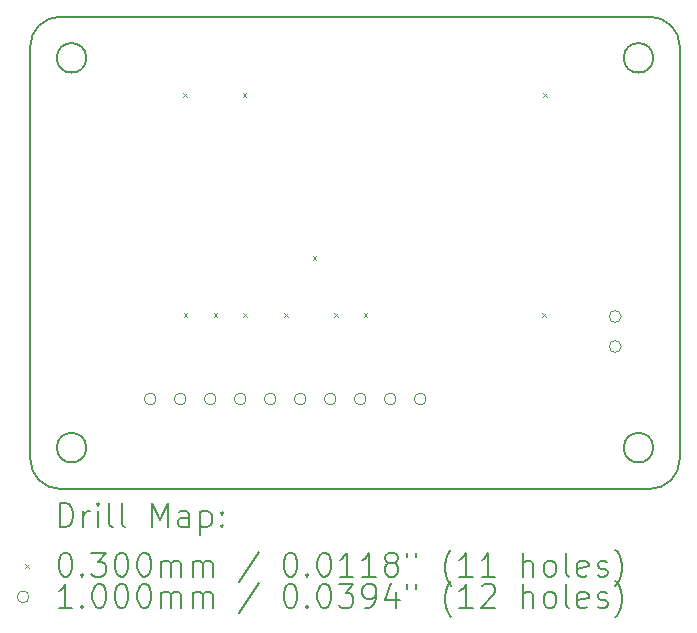
<source format=gbr>
%TF.GenerationSoftware,KiCad,Pcbnew,8.0.8*%
%TF.CreationDate,2025-02-15T12:45:03+02:00*%
%TF.ProjectId,E900M30S shield,45393030-4d33-4305-9320-736869656c64,rev?*%
%TF.SameCoordinates,Original*%
%TF.FileFunction,Drillmap*%
%TF.FilePolarity,Positive*%
%FSLAX45Y45*%
G04 Gerber Fmt 4.5, Leading zero omitted, Abs format (unit mm)*
G04 Created by KiCad (PCBNEW 8.0.8) date 2025-02-15 12:45:03*
%MOMM*%
%LPD*%
G01*
G04 APERTURE LIST*
%ADD10C,0.200000*%
%ADD11C,0.100000*%
G04 APERTURE END LIST*
D10*
X16422000Y-13396000D02*
G75*
G02*
X16166000Y-13652000I-256000J0D01*
G01*
X11397000Y-13302000D02*
G75*
G02*
X11147000Y-13302000I-125000J0D01*
G01*
X11147000Y-13302000D02*
G75*
G02*
X11397000Y-13302000I125000J0D01*
G01*
X10922000Y-13396000D02*
X10922000Y-9908000D01*
X16197000Y-13302000D02*
G75*
G02*
X15947000Y-13302000I-125000J0D01*
G01*
X15947000Y-13302000D02*
G75*
G02*
X16197000Y-13302000I125000J0D01*
G01*
X10922000Y-9908000D02*
G75*
G02*
X11178000Y-9652000I256000J0D01*
G01*
X11397000Y-10002000D02*
G75*
G02*
X11147000Y-10002000I-125000J0D01*
G01*
X11147000Y-10002000D02*
G75*
G02*
X11397000Y-10002000I125000J0D01*
G01*
X16166000Y-13652000D02*
X11178000Y-13652000D01*
X16422000Y-9908000D02*
X16422000Y-13396000D01*
X16166000Y-9652000D02*
G75*
G02*
X16422000Y-9908000I0J-256000D01*
G01*
X16197000Y-10002000D02*
G75*
G02*
X15947000Y-10002000I-125000J0D01*
G01*
X15947000Y-10002000D02*
G75*
G02*
X16197000Y-10002000I125000J0D01*
G01*
X11178000Y-13652000D02*
G75*
G02*
X10922000Y-13396000I0J256000D01*
G01*
X11178000Y-9652000D02*
X16166000Y-9652000D01*
D11*
X12215999Y-10302361D02*
X12245999Y-10332361D01*
X12245999Y-10302361D02*
X12215999Y-10332361D01*
X12220739Y-12163155D02*
X12250739Y-12193155D01*
X12250739Y-12163155D02*
X12220739Y-12193155D01*
X12476706Y-12163155D02*
X12506706Y-12193155D01*
X12506706Y-12163155D02*
X12476706Y-12193155D01*
X12723193Y-10302361D02*
X12753193Y-10332361D01*
X12753193Y-10302361D02*
X12723193Y-10332361D01*
X12727933Y-12163155D02*
X12757933Y-12193155D01*
X12757933Y-12163155D02*
X12727933Y-12193155D01*
X13073963Y-12163155D02*
X13103963Y-12193155D01*
X13103963Y-12163155D02*
X13073963Y-12193155D01*
X13315710Y-11679661D02*
X13345710Y-11709661D01*
X13345710Y-11679661D02*
X13315710Y-11709661D01*
X13495835Y-12163155D02*
X13525835Y-12193155D01*
X13525835Y-12163155D02*
X13495835Y-12193155D01*
X13747062Y-12163155D02*
X13777062Y-12193155D01*
X13777062Y-12163155D02*
X13747062Y-12193155D01*
X15259166Y-12163155D02*
X15289166Y-12193155D01*
X15289166Y-12163155D02*
X15259166Y-12193155D01*
X15263386Y-10302361D02*
X15293386Y-10332361D01*
X15293386Y-10302361D02*
X15263386Y-10332361D01*
X11988000Y-12890500D02*
G75*
G02*
X11888000Y-12890500I-50000J0D01*
G01*
X11888000Y-12890500D02*
G75*
G02*
X11988000Y-12890500I50000J0D01*
G01*
X12242000Y-12890500D02*
G75*
G02*
X12142000Y-12890500I-50000J0D01*
G01*
X12142000Y-12890500D02*
G75*
G02*
X12242000Y-12890500I50000J0D01*
G01*
X12496000Y-12890500D02*
G75*
G02*
X12396000Y-12890500I-50000J0D01*
G01*
X12396000Y-12890500D02*
G75*
G02*
X12496000Y-12890500I50000J0D01*
G01*
X12750000Y-12890500D02*
G75*
G02*
X12650000Y-12890500I-50000J0D01*
G01*
X12650000Y-12890500D02*
G75*
G02*
X12750000Y-12890500I50000J0D01*
G01*
X13004000Y-12890500D02*
G75*
G02*
X12904000Y-12890500I-50000J0D01*
G01*
X12904000Y-12890500D02*
G75*
G02*
X13004000Y-12890500I50000J0D01*
G01*
X13258000Y-12890500D02*
G75*
G02*
X13158000Y-12890500I-50000J0D01*
G01*
X13158000Y-12890500D02*
G75*
G02*
X13258000Y-12890500I50000J0D01*
G01*
X13512000Y-12890500D02*
G75*
G02*
X13412000Y-12890500I-50000J0D01*
G01*
X13412000Y-12890500D02*
G75*
G02*
X13512000Y-12890500I50000J0D01*
G01*
X13766000Y-12890500D02*
G75*
G02*
X13666000Y-12890500I-50000J0D01*
G01*
X13666000Y-12890500D02*
G75*
G02*
X13766000Y-12890500I50000J0D01*
G01*
X14020000Y-12890500D02*
G75*
G02*
X13920000Y-12890500I-50000J0D01*
G01*
X13920000Y-12890500D02*
G75*
G02*
X14020000Y-12890500I50000J0D01*
G01*
X14274000Y-12890500D02*
G75*
G02*
X14174000Y-12890500I-50000J0D01*
G01*
X14174000Y-12890500D02*
G75*
G02*
X14274000Y-12890500I50000J0D01*
G01*
X15925000Y-12192000D02*
G75*
G02*
X15825000Y-12192000I-50000J0D01*
G01*
X15825000Y-12192000D02*
G75*
G02*
X15925000Y-12192000I50000J0D01*
G01*
X15925000Y-12446000D02*
G75*
G02*
X15825000Y-12446000I-50000J0D01*
G01*
X15825000Y-12446000D02*
G75*
G02*
X15925000Y-12446000I50000J0D01*
G01*
D10*
X11172777Y-13973484D02*
X11172777Y-13773484D01*
X11172777Y-13773484D02*
X11220396Y-13773484D01*
X11220396Y-13773484D02*
X11248967Y-13783008D01*
X11248967Y-13783008D02*
X11268015Y-13802055D01*
X11268015Y-13802055D02*
X11277539Y-13821103D01*
X11277539Y-13821103D02*
X11287062Y-13859198D01*
X11287062Y-13859198D02*
X11287062Y-13887769D01*
X11287062Y-13887769D02*
X11277539Y-13925865D01*
X11277539Y-13925865D02*
X11268015Y-13944912D01*
X11268015Y-13944912D02*
X11248967Y-13963960D01*
X11248967Y-13963960D02*
X11220396Y-13973484D01*
X11220396Y-13973484D02*
X11172777Y-13973484D01*
X11372777Y-13973484D02*
X11372777Y-13840150D01*
X11372777Y-13878246D02*
X11382301Y-13859198D01*
X11382301Y-13859198D02*
X11391824Y-13849674D01*
X11391824Y-13849674D02*
X11410872Y-13840150D01*
X11410872Y-13840150D02*
X11429920Y-13840150D01*
X11496586Y-13973484D02*
X11496586Y-13840150D01*
X11496586Y-13773484D02*
X11487062Y-13783008D01*
X11487062Y-13783008D02*
X11496586Y-13792531D01*
X11496586Y-13792531D02*
X11506110Y-13783008D01*
X11506110Y-13783008D02*
X11496586Y-13773484D01*
X11496586Y-13773484D02*
X11496586Y-13792531D01*
X11620396Y-13973484D02*
X11601348Y-13963960D01*
X11601348Y-13963960D02*
X11591824Y-13944912D01*
X11591824Y-13944912D02*
X11591824Y-13773484D01*
X11725158Y-13973484D02*
X11706110Y-13963960D01*
X11706110Y-13963960D02*
X11696586Y-13944912D01*
X11696586Y-13944912D02*
X11696586Y-13773484D01*
X11953729Y-13973484D02*
X11953729Y-13773484D01*
X11953729Y-13773484D02*
X12020396Y-13916341D01*
X12020396Y-13916341D02*
X12087062Y-13773484D01*
X12087062Y-13773484D02*
X12087062Y-13973484D01*
X12268015Y-13973484D02*
X12268015Y-13868722D01*
X12268015Y-13868722D02*
X12258491Y-13849674D01*
X12258491Y-13849674D02*
X12239443Y-13840150D01*
X12239443Y-13840150D02*
X12201348Y-13840150D01*
X12201348Y-13840150D02*
X12182301Y-13849674D01*
X12268015Y-13963960D02*
X12248967Y-13973484D01*
X12248967Y-13973484D02*
X12201348Y-13973484D01*
X12201348Y-13973484D02*
X12182301Y-13963960D01*
X12182301Y-13963960D02*
X12172777Y-13944912D01*
X12172777Y-13944912D02*
X12172777Y-13925865D01*
X12172777Y-13925865D02*
X12182301Y-13906817D01*
X12182301Y-13906817D02*
X12201348Y-13897293D01*
X12201348Y-13897293D02*
X12248967Y-13897293D01*
X12248967Y-13897293D02*
X12268015Y-13887769D01*
X12363253Y-13840150D02*
X12363253Y-14040150D01*
X12363253Y-13849674D02*
X12382301Y-13840150D01*
X12382301Y-13840150D02*
X12420396Y-13840150D01*
X12420396Y-13840150D02*
X12439443Y-13849674D01*
X12439443Y-13849674D02*
X12448967Y-13859198D01*
X12448967Y-13859198D02*
X12458491Y-13878246D01*
X12458491Y-13878246D02*
X12458491Y-13935388D01*
X12458491Y-13935388D02*
X12448967Y-13954436D01*
X12448967Y-13954436D02*
X12439443Y-13963960D01*
X12439443Y-13963960D02*
X12420396Y-13973484D01*
X12420396Y-13973484D02*
X12382301Y-13973484D01*
X12382301Y-13973484D02*
X12363253Y-13963960D01*
X12544205Y-13954436D02*
X12553729Y-13963960D01*
X12553729Y-13963960D02*
X12544205Y-13973484D01*
X12544205Y-13973484D02*
X12534682Y-13963960D01*
X12534682Y-13963960D02*
X12544205Y-13954436D01*
X12544205Y-13954436D02*
X12544205Y-13973484D01*
X12544205Y-13849674D02*
X12553729Y-13859198D01*
X12553729Y-13859198D02*
X12544205Y-13868722D01*
X12544205Y-13868722D02*
X12534682Y-13859198D01*
X12534682Y-13859198D02*
X12544205Y-13849674D01*
X12544205Y-13849674D02*
X12544205Y-13868722D01*
D11*
X10882000Y-14287000D02*
X10912000Y-14317000D01*
X10912000Y-14287000D02*
X10882000Y-14317000D01*
D10*
X11210872Y-14193484D02*
X11229920Y-14193484D01*
X11229920Y-14193484D02*
X11248967Y-14203008D01*
X11248967Y-14203008D02*
X11258491Y-14212531D01*
X11258491Y-14212531D02*
X11268015Y-14231579D01*
X11268015Y-14231579D02*
X11277539Y-14269674D01*
X11277539Y-14269674D02*
X11277539Y-14317293D01*
X11277539Y-14317293D02*
X11268015Y-14355388D01*
X11268015Y-14355388D02*
X11258491Y-14374436D01*
X11258491Y-14374436D02*
X11248967Y-14383960D01*
X11248967Y-14383960D02*
X11229920Y-14393484D01*
X11229920Y-14393484D02*
X11210872Y-14393484D01*
X11210872Y-14393484D02*
X11191824Y-14383960D01*
X11191824Y-14383960D02*
X11182301Y-14374436D01*
X11182301Y-14374436D02*
X11172777Y-14355388D01*
X11172777Y-14355388D02*
X11163253Y-14317293D01*
X11163253Y-14317293D02*
X11163253Y-14269674D01*
X11163253Y-14269674D02*
X11172777Y-14231579D01*
X11172777Y-14231579D02*
X11182301Y-14212531D01*
X11182301Y-14212531D02*
X11191824Y-14203008D01*
X11191824Y-14203008D02*
X11210872Y-14193484D01*
X11363253Y-14374436D02*
X11372777Y-14383960D01*
X11372777Y-14383960D02*
X11363253Y-14393484D01*
X11363253Y-14393484D02*
X11353729Y-14383960D01*
X11353729Y-14383960D02*
X11363253Y-14374436D01*
X11363253Y-14374436D02*
X11363253Y-14393484D01*
X11439443Y-14193484D02*
X11563253Y-14193484D01*
X11563253Y-14193484D02*
X11496586Y-14269674D01*
X11496586Y-14269674D02*
X11525158Y-14269674D01*
X11525158Y-14269674D02*
X11544205Y-14279198D01*
X11544205Y-14279198D02*
X11553729Y-14288722D01*
X11553729Y-14288722D02*
X11563253Y-14307769D01*
X11563253Y-14307769D02*
X11563253Y-14355388D01*
X11563253Y-14355388D02*
X11553729Y-14374436D01*
X11553729Y-14374436D02*
X11544205Y-14383960D01*
X11544205Y-14383960D02*
X11525158Y-14393484D01*
X11525158Y-14393484D02*
X11468015Y-14393484D01*
X11468015Y-14393484D02*
X11448967Y-14383960D01*
X11448967Y-14383960D02*
X11439443Y-14374436D01*
X11687062Y-14193484D02*
X11706110Y-14193484D01*
X11706110Y-14193484D02*
X11725158Y-14203008D01*
X11725158Y-14203008D02*
X11734682Y-14212531D01*
X11734682Y-14212531D02*
X11744205Y-14231579D01*
X11744205Y-14231579D02*
X11753729Y-14269674D01*
X11753729Y-14269674D02*
X11753729Y-14317293D01*
X11753729Y-14317293D02*
X11744205Y-14355388D01*
X11744205Y-14355388D02*
X11734682Y-14374436D01*
X11734682Y-14374436D02*
X11725158Y-14383960D01*
X11725158Y-14383960D02*
X11706110Y-14393484D01*
X11706110Y-14393484D02*
X11687062Y-14393484D01*
X11687062Y-14393484D02*
X11668015Y-14383960D01*
X11668015Y-14383960D02*
X11658491Y-14374436D01*
X11658491Y-14374436D02*
X11648967Y-14355388D01*
X11648967Y-14355388D02*
X11639443Y-14317293D01*
X11639443Y-14317293D02*
X11639443Y-14269674D01*
X11639443Y-14269674D02*
X11648967Y-14231579D01*
X11648967Y-14231579D02*
X11658491Y-14212531D01*
X11658491Y-14212531D02*
X11668015Y-14203008D01*
X11668015Y-14203008D02*
X11687062Y-14193484D01*
X11877539Y-14193484D02*
X11896586Y-14193484D01*
X11896586Y-14193484D02*
X11915634Y-14203008D01*
X11915634Y-14203008D02*
X11925158Y-14212531D01*
X11925158Y-14212531D02*
X11934682Y-14231579D01*
X11934682Y-14231579D02*
X11944205Y-14269674D01*
X11944205Y-14269674D02*
X11944205Y-14317293D01*
X11944205Y-14317293D02*
X11934682Y-14355388D01*
X11934682Y-14355388D02*
X11925158Y-14374436D01*
X11925158Y-14374436D02*
X11915634Y-14383960D01*
X11915634Y-14383960D02*
X11896586Y-14393484D01*
X11896586Y-14393484D02*
X11877539Y-14393484D01*
X11877539Y-14393484D02*
X11858491Y-14383960D01*
X11858491Y-14383960D02*
X11848967Y-14374436D01*
X11848967Y-14374436D02*
X11839443Y-14355388D01*
X11839443Y-14355388D02*
X11829920Y-14317293D01*
X11829920Y-14317293D02*
X11829920Y-14269674D01*
X11829920Y-14269674D02*
X11839443Y-14231579D01*
X11839443Y-14231579D02*
X11848967Y-14212531D01*
X11848967Y-14212531D02*
X11858491Y-14203008D01*
X11858491Y-14203008D02*
X11877539Y-14193484D01*
X12029920Y-14393484D02*
X12029920Y-14260150D01*
X12029920Y-14279198D02*
X12039443Y-14269674D01*
X12039443Y-14269674D02*
X12058491Y-14260150D01*
X12058491Y-14260150D02*
X12087063Y-14260150D01*
X12087063Y-14260150D02*
X12106110Y-14269674D01*
X12106110Y-14269674D02*
X12115634Y-14288722D01*
X12115634Y-14288722D02*
X12115634Y-14393484D01*
X12115634Y-14288722D02*
X12125158Y-14269674D01*
X12125158Y-14269674D02*
X12144205Y-14260150D01*
X12144205Y-14260150D02*
X12172777Y-14260150D01*
X12172777Y-14260150D02*
X12191824Y-14269674D01*
X12191824Y-14269674D02*
X12201348Y-14288722D01*
X12201348Y-14288722D02*
X12201348Y-14393484D01*
X12296586Y-14393484D02*
X12296586Y-14260150D01*
X12296586Y-14279198D02*
X12306110Y-14269674D01*
X12306110Y-14269674D02*
X12325158Y-14260150D01*
X12325158Y-14260150D02*
X12353729Y-14260150D01*
X12353729Y-14260150D02*
X12372777Y-14269674D01*
X12372777Y-14269674D02*
X12382301Y-14288722D01*
X12382301Y-14288722D02*
X12382301Y-14393484D01*
X12382301Y-14288722D02*
X12391824Y-14269674D01*
X12391824Y-14269674D02*
X12410872Y-14260150D01*
X12410872Y-14260150D02*
X12439443Y-14260150D01*
X12439443Y-14260150D02*
X12458491Y-14269674D01*
X12458491Y-14269674D02*
X12468015Y-14288722D01*
X12468015Y-14288722D02*
X12468015Y-14393484D01*
X12858491Y-14183960D02*
X12687063Y-14441103D01*
X13115634Y-14193484D02*
X13134682Y-14193484D01*
X13134682Y-14193484D02*
X13153729Y-14203008D01*
X13153729Y-14203008D02*
X13163253Y-14212531D01*
X13163253Y-14212531D02*
X13172777Y-14231579D01*
X13172777Y-14231579D02*
X13182301Y-14269674D01*
X13182301Y-14269674D02*
X13182301Y-14317293D01*
X13182301Y-14317293D02*
X13172777Y-14355388D01*
X13172777Y-14355388D02*
X13163253Y-14374436D01*
X13163253Y-14374436D02*
X13153729Y-14383960D01*
X13153729Y-14383960D02*
X13134682Y-14393484D01*
X13134682Y-14393484D02*
X13115634Y-14393484D01*
X13115634Y-14393484D02*
X13096586Y-14383960D01*
X13096586Y-14383960D02*
X13087063Y-14374436D01*
X13087063Y-14374436D02*
X13077539Y-14355388D01*
X13077539Y-14355388D02*
X13068015Y-14317293D01*
X13068015Y-14317293D02*
X13068015Y-14269674D01*
X13068015Y-14269674D02*
X13077539Y-14231579D01*
X13077539Y-14231579D02*
X13087063Y-14212531D01*
X13087063Y-14212531D02*
X13096586Y-14203008D01*
X13096586Y-14203008D02*
X13115634Y-14193484D01*
X13268015Y-14374436D02*
X13277539Y-14383960D01*
X13277539Y-14383960D02*
X13268015Y-14393484D01*
X13268015Y-14393484D02*
X13258491Y-14383960D01*
X13258491Y-14383960D02*
X13268015Y-14374436D01*
X13268015Y-14374436D02*
X13268015Y-14393484D01*
X13401348Y-14193484D02*
X13420396Y-14193484D01*
X13420396Y-14193484D02*
X13439444Y-14203008D01*
X13439444Y-14203008D02*
X13448967Y-14212531D01*
X13448967Y-14212531D02*
X13458491Y-14231579D01*
X13458491Y-14231579D02*
X13468015Y-14269674D01*
X13468015Y-14269674D02*
X13468015Y-14317293D01*
X13468015Y-14317293D02*
X13458491Y-14355388D01*
X13458491Y-14355388D02*
X13448967Y-14374436D01*
X13448967Y-14374436D02*
X13439444Y-14383960D01*
X13439444Y-14383960D02*
X13420396Y-14393484D01*
X13420396Y-14393484D02*
X13401348Y-14393484D01*
X13401348Y-14393484D02*
X13382301Y-14383960D01*
X13382301Y-14383960D02*
X13372777Y-14374436D01*
X13372777Y-14374436D02*
X13363253Y-14355388D01*
X13363253Y-14355388D02*
X13353729Y-14317293D01*
X13353729Y-14317293D02*
X13353729Y-14269674D01*
X13353729Y-14269674D02*
X13363253Y-14231579D01*
X13363253Y-14231579D02*
X13372777Y-14212531D01*
X13372777Y-14212531D02*
X13382301Y-14203008D01*
X13382301Y-14203008D02*
X13401348Y-14193484D01*
X13658491Y-14393484D02*
X13544206Y-14393484D01*
X13601348Y-14393484D02*
X13601348Y-14193484D01*
X13601348Y-14193484D02*
X13582301Y-14222055D01*
X13582301Y-14222055D02*
X13563253Y-14241103D01*
X13563253Y-14241103D02*
X13544206Y-14250627D01*
X13848967Y-14393484D02*
X13734682Y-14393484D01*
X13791825Y-14393484D02*
X13791825Y-14193484D01*
X13791825Y-14193484D02*
X13772777Y-14222055D01*
X13772777Y-14222055D02*
X13753729Y-14241103D01*
X13753729Y-14241103D02*
X13734682Y-14250627D01*
X13963253Y-14279198D02*
X13944206Y-14269674D01*
X13944206Y-14269674D02*
X13934682Y-14260150D01*
X13934682Y-14260150D02*
X13925158Y-14241103D01*
X13925158Y-14241103D02*
X13925158Y-14231579D01*
X13925158Y-14231579D02*
X13934682Y-14212531D01*
X13934682Y-14212531D02*
X13944206Y-14203008D01*
X13944206Y-14203008D02*
X13963253Y-14193484D01*
X13963253Y-14193484D02*
X14001348Y-14193484D01*
X14001348Y-14193484D02*
X14020396Y-14203008D01*
X14020396Y-14203008D02*
X14029920Y-14212531D01*
X14029920Y-14212531D02*
X14039444Y-14231579D01*
X14039444Y-14231579D02*
X14039444Y-14241103D01*
X14039444Y-14241103D02*
X14029920Y-14260150D01*
X14029920Y-14260150D02*
X14020396Y-14269674D01*
X14020396Y-14269674D02*
X14001348Y-14279198D01*
X14001348Y-14279198D02*
X13963253Y-14279198D01*
X13963253Y-14279198D02*
X13944206Y-14288722D01*
X13944206Y-14288722D02*
X13934682Y-14298246D01*
X13934682Y-14298246D02*
X13925158Y-14317293D01*
X13925158Y-14317293D02*
X13925158Y-14355388D01*
X13925158Y-14355388D02*
X13934682Y-14374436D01*
X13934682Y-14374436D02*
X13944206Y-14383960D01*
X13944206Y-14383960D02*
X13963253Y-14393484D01*
X13963253Y-14393484D02*
X14001348Y-14393484D01*
X14001348Y-14393484D02*
X14020396Y-14383960D01*
X14020396Y-14383960D02*
X14029920Y-14374436D01*
X14029920Y-14374436D02*
X14039444Y-14355388D01*
X14039444Y-14355388D02*
X14039444Y-14317293D01*
X14039444Y-14317293D02*
X14029920Y-14298246D01*
X14029920Y-14298246D02*
X14020396Y-14288722D01*
X14020396Y-14288722D02*
X14001348Y-14279198D01*
X14115634Y-14193484D02*
X14115634Y-14231579D01*
X14191825Y-14193484D02*
X14191825Y-14231579D01*
X14487063Y-14469674D02*
X14477539Y-14460150D01*
X14477539Y-14460150D02*
X14458491Y-14431579D01*
X14458491Y-14431579D02*
X14448968Y-14412531D01*
X14448968Y-14412531D02*
X14439444Y-14383960D01*
X14439444Y-14383960D02*
X14429920Y-14336341D01*
X14429920Y-14336341D02*
X14429920Y-14298246D01*
X14429920Y-14298246D02*
X14439444Y-14250627D01*
X14439444Y-14250627D02*
X14448968Y-14222055D01*
X14448968Y-14222055D02*
X14458491Y-14203008D01*
X14458491Y-14203008D02*
X14477539Y-14174436D01*
X14477539Y-14174436D02*
X14487063Y-14164912D01*
X14668015Y-14393484D02*
X14553729Y-14393484D01*
X14610872Y-14393484D02*
X14610872Y-14193484D01*
X14610872Y-14193484D02*
X14591825Y-14222055D01*
X14591825Y-14222055D02*
X14572777Y-14241103D01*
X14572777Y-14241103D02*
X14553729Y-14250627D01*
X14858491Y-14393484D02*
X14744206Y-14393484D01*
X14801348Y-14393484D02*
X14801348Y-14193484D01*
X14801348Y-14193484D02*
X14782301Y-14222055D01*
X14782301Y-14222055D02*
X14763253Y-14241103D01*
X14763253Y-14241103D02*
X14744206Y-14250627D01*
X15096587Y-14393484D02*
X15096587Y-14193484D01*
X15182301Y-14393484D02*
X15182301Y-14288722D01*
X15182301Y-14288722D02*
X15172777Y-14269674D01*
X15172777Y-14269674D02*
X15153730Y-14260150D01*
X15153730Y-14260150D02*
X15125158Y-14260150D01*
X15125158Y-14260150D02*
X15106110Y-14269674D01*
X15106110Y-14269674D02*
X15096587Y-14279198D01*
X15306110Y-14393484D02*
X15287063Y-14383960D01*
X15287063Y-14383960D02*
X15277539Y-14374436D01*
X15277539Y-14374436D02*
X15268015Y-14355388D01*
X15268015Y-14355388D02*
X15268015Y-14298246D01*
X15268015Y-14298246D02*
X15277539Y-14279198D01*
X15277539Y-14279198D02*
X15287063Y-14269674D01*
X15287063Y-14269674D02*
X15306110Y-14260150D01*
X15306110Y-14260150D02*
X15334682Y-14260150D01*
X15334682Y-14260150D02*
X15353730Y-14269674D01*
X15353730Y-14269674D02*
X15363253Y-14279198D01*
X15363253Y-14279198D02*
X15372777Y-14298246D01*
X15372777Y-14298246D02*
X15372777Y-14355388D01*
X15372777Y-14355388D02*
X15363253Y-14374436D01*
X15363253Y-14374436D02*
X15353730Y-14383960D01*
X15353730Y-14383960D02*
X15334682Y-14393484D01*
X15334682Y-14393484D02*
X15306110Y-14393484D01*
X15487063Y-14393484D02*
X15468015Y-14383960D01*
X15468015Y-14383960D02*
X15458491Y-14364912D01*
X15458491Y-14364912D02*
X15458491Y-14193484D01*
X15639444Y-14383960D02*
X15620396Y-14393484D01*
X15620396Y-14393484D02*
X15582301Y-14393484D01*
X15582301Y-14393484D02*
X15563253Y-14383960D01*
X15563253Y-14383960D02*
X15553730Y-14364912D01*
X15553730Y-14364912D02*
X15553730Y-14288722D01*
X15553730Y-14288722D02*
X15563253Y-14269674D01*
X15563253Y-14269674D02*
X15582301Y-14260150D01*
X15582301Y-14260150D02*
X15620396Y-14260150D01*
X15620396Y-14260150D02*
X15639444Y-14269674D01*
X15639444Y-14269674D02*
X15648968Y-14288722D01*
X15648968Y-14288722D02*
X15648968Y-14307769D01*
X15648968Y-14307769D02*
X15553730Y-14326817D01*
X15725158Y-14383960D02*
X15744206Y-14393484D01*
X15744206Y-14393484D02*
X15782301Y-14393484D01*
X15782301Y-14393484D02*
X15801349Y-14383960D01*
X15801349Y-14383960D02*
X15810872Y-14364912D01*
X15810872Y-14364912D02*
X15810872Y-14355388D01*
X15810872Y-14355388D02*
X15801349Y-14336341D01*
X15801349Y-14336341D02*
X15782301Y-14326817D01*
X15782301Y-14326817D02*
X15753730Y-14326817D01*
X15753730Y-14326817D02*
X15734682Y-14317293D01*
X15734682Y-14317293D02*
X15725158Y-14298246D01*
X15725158Y-14298246D02*
X15725158Y-14288722D01*
X15725158Y-14288722D02*
X15734682Y-14269674D01*
X15734682Y-14269674D02*
X15753730Y-14260150D01*
X15753730Y-14260150D02*
X15782301Y-14260150D01*
X15782301Y-14260150D02*
X15801349Y-14269674D01*
X15877539Y-14469674D02*
X15887063Y-14460150D01*
X15887063Y-14460150D02*
X15906111Y-14431579D01*
X15906111Y-14431579D02*
X15915634Y-14412531D01*
X15915634Y-14412531D02*
X15925158Y-14383960D01*
X15925158Y-14383960D02*
X15934682Y-14336341D01*
X15934682Y-14336341D02*
X15934682Y-14298246D01*
X15934682Y-14298246D02*
X15925158Y-14250627D01*
X15925158Y-14250627D02*
X15915634Y-14222055D01*
X15915634Y-14222055D02*
X15906111Y-14203008D01*
X15906111Y-14203008D02*
X15887063Y-14174436D01*
X15887063Y-14174436D02*
X15877539Y-14164912D01*
D11*
X10912000Y-14566000D02*
G75*
G02*
X10812000Y-14566000I-50000J0D01*
G01*
X10812000Y-14566000D02*
G75*
G02*
X10912000Y-14566000I50000J0D01*
G01*
D10*
X11277539Y-14657484D02*
X11163253Y-14657484D01*
X11220396Y-14657484D02*
X11220396Y-14457484D01*
X11220396Y-14457484D02*
X11201348Y-14486055D01*
X11201348Y-14486055D02*
X11182301Y-14505103D01*
X11182301Y-14505103D02*
X11163253Y-14514627D01*
X11363253Y-14638436D02*
X11372777Y-14647960D01*
X11372777Y-14647960D02*
X11363253Y-14657484D01*
X11363253Y-14657484D02*
X11353729Y-14647960D01*
X11353729Y-14647960D02*
X11363253Y-14638436D01*
X11363253Y-14638436D02*
X11363253Y-14657484D01*
X11496586Y-14457484D02*
X11515634Y-14457484D01*
X11515634Y-14457484D02*
X11534682Y-14467008D01*
X11534682Y-14467008D02*
X11544205Y-14476531D01*
X11544205Y-14476531D02*
X11553729Y-14495579D01*
X11553729Y-14495579D02*
X11563253Y-14533674D01*
X11563253Y-14533674D02*
X11563253Y-14581293D01*
X11563253Y-14581293D02*
X11553729Y-14619388D01*
X11553729Y-14619388D02*
X11544205Y-14638436D01*
X11544205Y-14638436D02*
X11534682Y-14647960D01*
X11534682Y-14647960D02*
X11515634Y-14657484D01*
X11515634Y-14657484D02*
X11496586Y-14657484D01*
X11496586Y-14657484D02*
X11477539Y-14647960D01*
X11477539Y-14647960D02*
X11468015Y-14638436D01*
X11468015Y-14638436D02*
X11458491Y-14619388D01*
X11458491Y-14619388D02*
X11448967Y-14581293D01*
X11448967Y-14581293D02*
X11448967Y-14533674D01*
X11448967Y-14533674D02*
X11458491Y-14495579D01*
X11458491Y-14495579D02*
X11468015Y-14476531D01*
X11468015Y-14476531D02*
X11477539Y-14467008D01*
X11477539Y-14467008D02*
X11496586Y-14457484D01*
X11687062Y-14457484D02*
X11706110Y-14457484D01*
X11706110Y-14457484D02*
X11725158Y-14467008D01*
X11725158Y-14467008D02*
X11734682Y-14476531D01*
X11734682Y-14476531D02*
X11744205Y-14495579D01*
X11744205Y-14495579D02*
X11753729Y-14533674D01*
X11753729Y-14533674D02*
X11753729Y-14581293D01*
X11753729Y-14581293D02*
X11744205Y-14619388D01*
X11744205Y-14619388D02*
X11734682Y-14638436D01*
X11734682Y-14638436D02*
X11725158Y-14647960D01*
X11725158Y-14647960D02*
X11706110Y-14657484D01*
X11706110Y-14657484D02*
X11687062Y-14657484D01*
X11687062Y-14657484D02*
X11668015Y-14647960D01*
X11668015Y-14647960D02*
X11658491Y-14638436D01*
X11658491Y-14638436D02*
X11648967Y-14619388D01*
X11648967Y-14619388D02*
X11639443Y-14581293D01*
X11639443Y-14581293D02*
X11639443Y-14533674D01*
X11639443Y-14533674D02*
X11648967Y-14495579D01*
X11648967Y-14495579D02*
X11658491Y-14476531D01*
X11658491Y-14476531D02*
X11668015Y-14467008D01*
X11668015Y-14467008D02*
X11687062Y-14457484D01*
X11877539Y-14457484D02*
X11896586Y-14457484D01*
X11896586Y-14457484D02*
X11915634Y-14467008D01*
X11915634Y-14467008D02*
X11925158Y-14476531D01*
X11925158Y-14476531D02*
X11934682Y-14495579D01*
X11934682Y-14495579D02*
X11944205Y-14533674D01*
X11944205Y-14533674D02*
X11944205Y-14581293D01*
X11944205Y-14581293D02*
X11934682Y-14619388D01*
X11934682Y-14619388D02*
X11925158Y-14638436D01*
X11925158Y-14638436D02*
X11915634Y-14647960D01*
X11915634Y-14647960D02*
X11896586Y-14657484D01*
X11896586Y-14657484D02*
X11877539Y-14657484D01*
X11877539Y-14657484D02*
X11858491Y-14647960D01*
X11858491Y-14647960D02*
X11848967Y-14638436D01*
X11848967Y-14638436D02*
X11839443Y-14619388D01*
X11839443Y-14619388D02*
X11829920Y-14581293D01*
X11829920Y-14581293D02*
X11829920Y-14533674D01*
X11829920Y-14533674D02*
X11839443Y-14495579D01*
X11839443Y-14495579D02*
X11848967Y-14476531D01*
X11848967Y-14476531D02*
X11858491Y-14467008D01*
X11858491Y-14467008D02*
X11877539Y-14457484D01*
X12029920Y-14657484D02*
X12029920Y-14524150D01*
X12029920Y-14543198D02*
X12039443Y-14533674D01*
X12039443Y-14533674D02*
X12058491Y-14524150D01*
X12058491Y-14524150D02*
X12087063Y-14524150D01*
X12087063Y-14524150D02*
X12106110Y-14533674D01*
X12106110Y-14533674D02*
X12115634Y-14552722D01*
X12115634Y-14552722D02*
X12115634Y-14657484D01*
X12115634Y-14552722D02*
X12125158Y-14533674D01*
X12125158Y-14533674D02*
X12144205Y-14524150D01*
X12144205Y-14524150D02*
X12172777Y-14524150D01*
X12172777Y-14524150D02*
X12191824Y-14533674D01*
X12191824Y-14533674D02*
X12201348Y-14552722D01*
X12201348Y-14552722D02*
X12201348Y-14657484D01*
X12296586Y-14657484D02*
X12296586Y-14524150D01*
X12296586Y-14543198D02*
X12306110Y-14533674D01*
X12306110Y-14533674D02*
X12325158Y-14524150D01*
X12325158Y-14524150D02*
X12353729Y-14524150D01*
X12353729Y-14524150D02*
X12372777Y-14533674D01*
X12372777Y-14533674D02*
X12382301Y-14552722D01*
X12382301Y-14552722D02*
X12382301Y-14657484D01*
X12382301Y-14552722D02*
X12391824Y-14533674D01*
X12391824Y-14533674D02*
X12410872Y-14524150D01*
X12410872Y-14524150D02*
X12439443Y-14524150D01*
X12439443Y-14524150D02*
X12458491Y-14533674D01*
X12458491Y-14533674D02*
X12468015Y-14552722D01*
X12468015Y-14552722D02*
X12468015Y-14657484D01*
X12858491Y-14447960D02*
X12687063Y-14705103D01*
X13115634Y-14457484D02*
X13134682Y-14457484D01*
X13134682Y-14457484D02*
X13153729Y-14467008D01*
X13153729Y-14467008D02*
X13163253Y-14476531D01*
X13163253Y-14476531D02*
X13172777Y-14495579D01*
X13172777Y-14495579D02*
X13182301Y-14533674D01*
X13182301Y-14533674D02*
X13182301Y-14581293D01*
X13182301Y-14581293D02*
X13172777Y-14619388D01*
X13172777Y-14619388D02*
X13163253Y-14638436D01*
X13163253Y-14638436D02*
X13153729Y-14647960D01*
X13153729Y-14647960D02*
X13134682Y-14657484D01*
X13134682Y-14657484D02*
X13115634Y-14657484D01*
X13115634Y-14657484D02*
X13096586Y-14647960D01*
X13096586Y-14647960D02*
X13087063Y-14638436D01*
X13087063Y-14638436D02*
X13077539Y-14619388D01*
X13077539Y-14619388D02*
X13068015Y-14581293D01*
X13068015Y-14581293D02*
X13068015Y-14533674D01*
X13068015Y-14533674D02*
X13077539Y-14495579D01*
X13077539Y-14495579D02*
X13087063Y-14476531D01*
X13087063Y-14476531D02*
X13096586Y-14467008D01*
X13096586Y-14467008D02*
X13115634Y-14457484D01*
X13268015Y-14638436D02*
X13277539Y-14647960D01*
X13277539Y-14647960D02*
X13268015Y-14657484D01*
X13268015Y-14657484D02*
X13258491Y-14647960D01*
X13258491Y-14647960D02*
X13268015Y-14638436D01*
X13268015Y-14638436D02*
X13268015Y-14657484D01*
X13401348Y-14457484D02*
X13420396Y-14457484D01*
X13420396Y-14457484D02*
X13439444Y-14467008D01*
X13439444Y-14467008D02*
X13448967Y-14476531D01*
X13448967Y-14476531D02*
X13458491Y-14495579D01*
X13458491Y-14495579D02*
X13468015Y-14533674D01*
X13468015Y-14533674D02*
X13468015Y-14581293D01*
X13468015Y-14581293D02*
X13458491Y-14619388D01*
X13458491Y-14619388D02*
X13448967Y-14638436D01*
X13448967Y-14638436D02*
X13439444Y-14647960D01*
X13439444Y-14647960D02*
X13420396Y-14657484D01*
X13420396Y-14657484D02*
X13401348Y-14657484D01*
X13401348Y-14657484D02*
X13382301Y-14647960D01*
X13382301Y-14647960D02*
X13372777Y-14638436D01*
X13372777Y-14638436D02*
X13363253Y-14619388D01*
X13363253Y-14619388D02*
X13353729Y-14581293D01*
X13353729Y-14581293D02*
X13353729Y-14533674D01*
X13353729Y-14533674D02*
X13363253Y-14495579D01*
X13363253Y-14495579D02*
X13372777Y-14476531D01*
X13372777Y-14476531D02*
X13382301Y-14467008D01*
X13382301Y-14467008D02*
X13401348Y-14457484D01*
X13534682Y-14457484D02*
X13658491Y-14457484D01*
X13658491Y-14457484D02*
X13591825Y-14533674D01*
X13591825Y-14533674D02*
X13620396Y-14533674D01*
X13620396Y-14533674D02*
X13639444Y-14543198D01*
X13639444Y-14543198D02*
X13648967Y-14552722D01*
X13648967Y-14552722D02*
X13658491Y-14571769D01*
X13658491Y-14571769D02*
X13658491Y-14619388D01*
X13658491Y-14619388D02*
X13648967Y-14638436D01*
X13648967Y-14638436D02*
X13639444Y-14647960D01*
X13639444Y-14647960D02*
X13620396Y-14657484D01*
X13620396Y-14657484D02*
X13563253Y-14657484D01*
X13563253Y-14657484D02*
X13544206Y-14647960D01*
X13544206Y-14647960D02*
X13534682Y-14638436D01*
X13753729Y-14657484D02*
X13791825Y-14657484D01*
X13791825Y-14657484D02*
X13810872Y-14647960D01*
X13810872Y-14647960D02*
X13820396Y-14638436D01*
X13820396Y-14638436D02*
X13839444Y-14609865D01*
X13839444Y-14609865D02*
X13848967Y-14571769D01*
X13848967Y-14571769D02*
X13848967Y-14495579D01*
X13848967Y-14495579D02*
X13839444Y-14476531D01*
X13839444Y-14476531D02*
X13829920Y-14467008D01*
X13829920Y-14467008D02*
X13810872Y-14457484D01*
X13810872Y-14457484D02*
X13772777Y-14457484D01*
X13772777Y-14457484D02*
X13753729Y-14467008D01*
X13753729Y-14467008D02*
X13744206Y-14476531D01*
X13744206Y-14476531D02*
X13734682Y-14495579D01*
X13734682Y-14495579D02*
X13734682Y-14543198D01*
X13734682Y-14543198D02*
X13744206Y-14562246D01*
X13744206Y-14562246D02*
X13753729Y-14571769D01*
X13753729Y-14571769D02*
X13772777Y-14581293D01*
X13772777Y-14581293D02*
X13810872Y-14581293D01*
X13810872Y-14581293D02*
X13829920Y-14571769D01*
X13829920Y-14571769D02*
X13839444Y-14562246D01*
X13839444Y-14562246D02*
X13848967Y-14543198D01*
X14020396Y-14524150D02*
X14020396Y-14657484D01*
X13972777Y-14447960D02*
X13925158Y-14590817D01*
X13925158Y-14590817D02*
X14048967Y-14590817D01*
X14115634Y-14457484D02*
X14115634Y-14495579D01*
X14191825Y-14457484D02*
X14191825Y-14495579D01*
X14487063Y-14733674D02*
X14477539Y-14724150D01*
X14477539Y-14724150D02*
X14458491Y-14695579D01*
X14458491Y-14695579D02*
X14448968Y-14676531D01*
X14448968Y-14676531D02*
X14439444Y-14647960D01*
X14439444Y-14647960D02*
X14429920Y-14600341D01*
X14429920Y-14600341D02*
X14429920Y-14562246D01*
X14429920Y-14562246D02*
X14439444Y-14514627D01*
X14439444Y-14514627D02*
X14448968Y-14486055D01*
X14448968Y-14486055D02*
X14458491Y-14467008D01*
X14458491Y-14467008D02*
X14477539Y-14438436D01*
X14477539Y-14438436D02*
X14487063Y-14428912D01*
X14668015Y-14657484D02*
X14553729Y-14657484D01*
X14610872Y-14657484D02*
X14610872Y-14457484D01*
X14610872Y-14457484D02*
X14591825Y-14486055D01*
X14591825Y-14486055D02*
X14572777Y-14505103D01*
X14572777Y-14505103D02*
X14553729Y-14514627D01*
X14744206Y-14476531D02*
X14753729Y-14467008D01*
X14753729Y-14467008D02*
X14772777Y-14457484D01*
X14772777Y-14457484D02*
X14820396Y-14457484D01*
X14820396Y-14457484D02*
X14839444Y-14467008D01*
X14839444Y-14467008D02*
X14848968Y-14476531D01*
X14848968Y-14476531D02*
X14858491Y-14495579D01*
X14858491Y-14495579D02*
X14858491Y-14514627D01*
X14858491Y-14514627D02*
X14848968Y-14543198D01*
X14848968Y-14543198D02*
X14734682Y-14657484D01*
X14734682Y-14657484D02*
X14858491Y-14657484D01*
X15096587Y-14657484D02*
X15096587Y-14457484D01*
X15182301Y-14657484D02*
X15182301Y-14552722D01*
X15182301Y-14552722D02*
X15172777Y-14533674D01*
X15172777Y-14533674D02*
X15153730Y-14524150D01*
X15153730Y-14524150D02*
X15125158Y-14524150D01*
X15125158Y-14524150D02*
X15106110Y-14533674D01*
X15106110Y-14533674D02*
X15096587Y-14543198D01*
X15306110Y-14657484D02*
X15287063Y-14647960D01*
X15287063Y-14647960D02*
X15277539Y-14638436D01*
X15277539Y-14638436D02*
X15268015Y-14619388D01*
X15268015Y-14619388D02*
X15268015Y-14562246D01*
X15268015Y-14562246D02*
X15277539Y-14543198D01*
X15277539Y-14543198D02*
X15287063Y-14533674D01*
X15287063Y-14533674D02*
X15306110Y-14524150D01*
X15306110Y-14524150D02*
X15334682Y-14524150D01*
X15334682Y-14524150D02*
X15353730Y-14533674D01*
X15353730Y-14533674D02*
X15363253Y-14543198D01*
X15363253Y-14543198D02*
X15372777Y-14562246D01*
X15372777Y-14562246D02*
X15372777Y-14619388D01*
X15372777Y-14619388D02*
X15363253Y-14638436D01*
X15363253Y-14638436D02*
X15353730Y-14647960D01*
X15353730Y-14647960D02*
X15334682Y-14657484D01*
X15334682Y-14657484D02*
X15306110Y-14657484D01*
X15487063Y-14657484D02*
X15468015Y-14647960D01*
X15468015Y-14647960D02*
X15458491Y-14628912D01*
X15458491Y-14628912D02*
X15458491Y-14457484D01*
X15639444Y-14647960D02*
X15620396Y-14657484D01*
X15620396Y-14657484D02*
X15582301Y-14657484D01*
X15582301Y-14657484D02*
X15563253Y-14647960D01*
X15563253Y-14647960D02*
X15553730Y-14628912D01*
X15553730Y-14628912D02*
X15553730Y-14552722D01*
X15553730Y-14552722D02*
X15563253Y-14533674D01*
X15563253Y-14533674D02*
X15582301Y-14524150D01*
X15582301Y-14524150D02*
X15620396Y-14524150D01*
X15620396Y-14524150D02*
X15639444Y-14533674D01*
X15639444Y-14533674D02*
X15648968Y-14552722D01*
X15648968Y-14552722D02*
X15648968Y-14571769D01*
X15648968Y-14571769D02*
X15553730Y-14590817D01*
X15725158Y-14647960D02*
X15744206Y-14657484D01*
X15744206Y-14657484D02*
X15782301Y-14657484D01*
X15782301Y-14657484D02*
X15801349Y-14647960D01*
X15801349Y-14647960D02*
X15810872Y-14628912D01*
X15810872Y-14628912D02*
X15810872Y-14619388D01*
X15810872Y-14619388D02*
X15801349Y-14600341D01*
X15801349Y-14600341D02*
X15782301Y-14590817D01*
X15782301Y-14590817D02*
X15753730Y-14590817D01*
X15753730Y-14590817D02*
X15734682Y-14581293D01*
X15734682Y-14581293D02*
X15725158Y-14562246D01*
X15725158Y-14562246D02*
X15725158Y-14552722D01*
X15725158Y-14552722D02*
X15734682Y-14533674D01*
X15734682Y-14533674D02*
X15753730Y-14524150D01*
X15753730Y-14524150D02*
X15782301Y-14524150D01*
X15782301Y-14524150D02*
X15801349Y-14533674D01*
X15877539Y-14733674D02*
X15887063Y-14724150D01*
X15887063Y-14724150D02*
X15906111Y-14695579D01*
X15906111Y-14695579D02*
X15915634Y-14676531D01*
X15915634Y-14676531D02*
X15925158Y-14647960D01*
X15925158Y-14647960D02*
X15934682Y-14600341D01*
X15934682Y-14600341D02*
X15934682Y-14562246D01*
X15934682Y-14562246D02*
X15925158Y-14514627D01*
X15925158Y-14514627D02*
X15915634Y-14486055D01*
X15915634Y-14486055D02*
X15906111Y-14467008D01*
X15906111Y-14467008D02*
X15887063Y-14438436D01*
X15887063Y-14438436D02*
X15877539Y-14428912D01*
M02*

</source>
